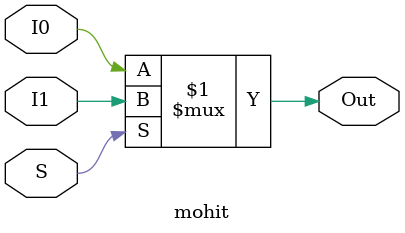
<source format=v>
`timescale 1ns / 1ps
module mohit(I0, I1, S, Out);
input I0, I1, S;
output Out;

assign Out = (S)? I1:I0;
endmodule


</source>
